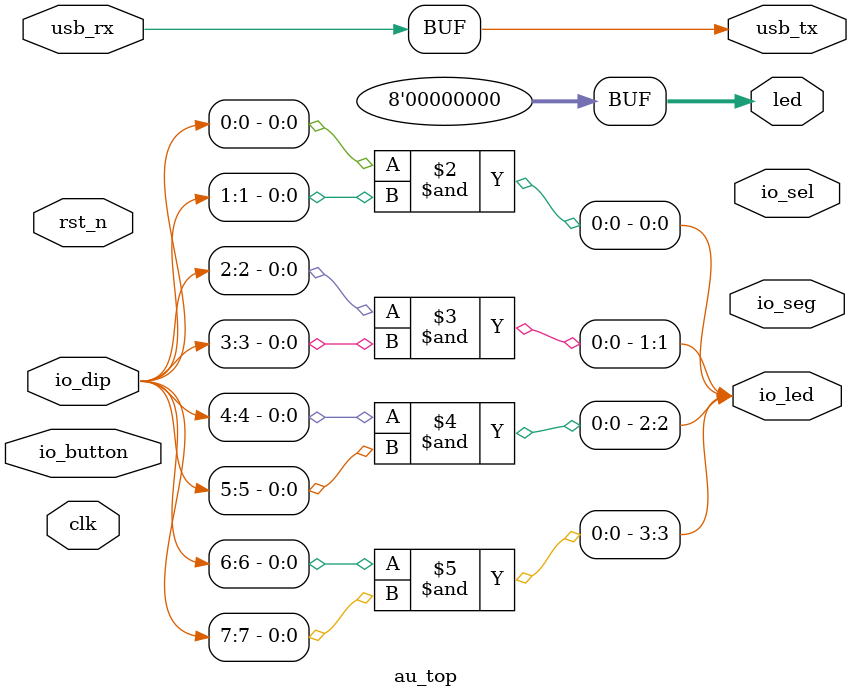
<source format=v>
module au_top(
    input clk,              // 100MHz clock
    input rst_n,            // reset button (active low)
    output [7:0] led,       // 8 user controllable LEDs
    input usb_rx,           // USB->Serial input
    output usb_tx ,         // USB->Serial output
    output [23:0] io_led ,   // LEDs on IO Shield
    output [7:0] io_seg,      // 7-segment LEDs on IO Shield
    output [3:0] io_sel,       // Digit select on IO Shield
    input [4:0] io_button,    // 5 buttons on IO Shield
    input [23:0] io_dip     // DIP switches on IO Shield
    );
    
    wire rst;
    
    // The reset conditioner is used to synchronize the reset signal to the FPGA
    // clock. This ensures the entire FPGA comes out of reset at the same time.
    reset_conditioner reset_conditioner(.clk(clk), .in(!rst_n), .out(rst));
    
    assign led = 8'h00;      // turn LEDs off

    assign usb_tx = usb_rx;  // echo the serial data
    
    assign io_led[0] = io_dip[0] & io_dip[1];
    assign io_led[1] = io_dip[2] & io_dip[3];
    assign io_led[2] = io_dip[4] & io_dip[5];
    assign io_led[3] = io_dip[6] & io_dip[7];

    
endmodule
</source>
